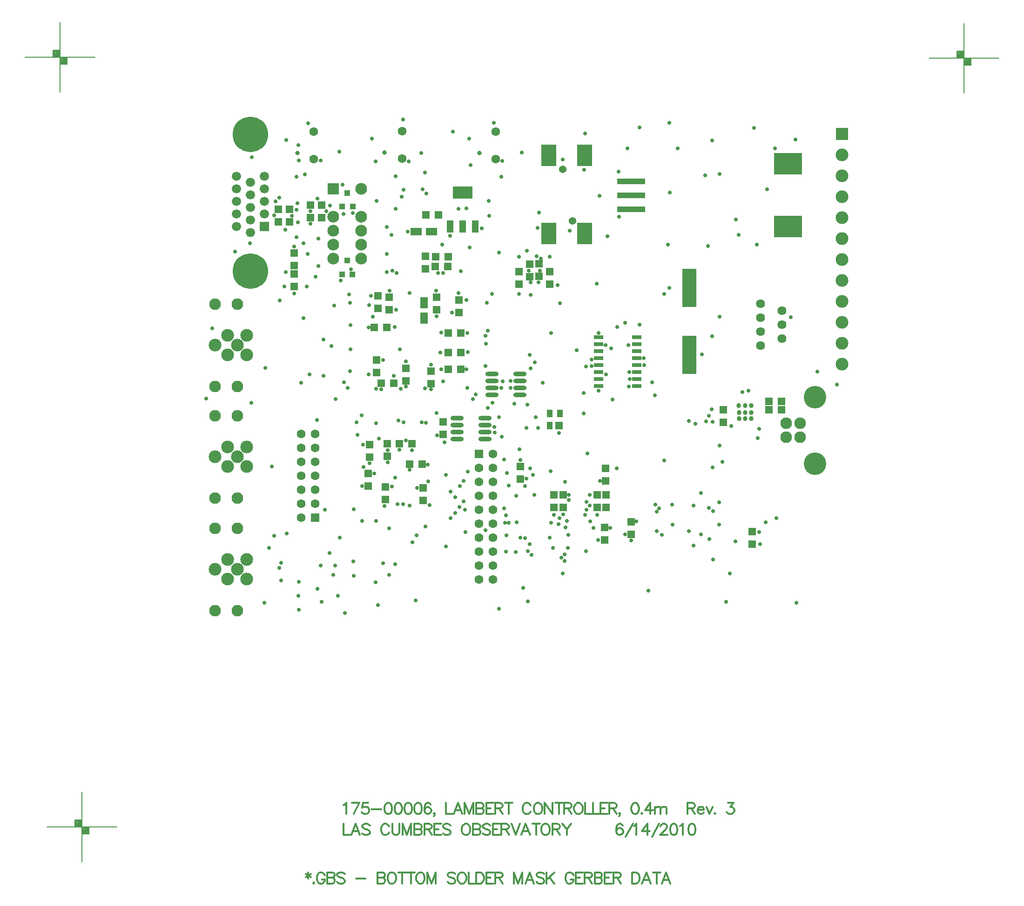
<source format=gbs>
%FSLAX23Y23*%
%MOIN*%
G70*
G01*
G75*
G04 Layer_Color=16711935*
%ADD10R,0.037X0.035*%
%ADD11R,0.037X0.035*%
%ADD12R,0.050X0.050*%
%ADD13R,0.075X0.063*%
%ADD14R,0.070X0.135*%
%ADD15R,0.094X0.130*%
%ADD16O,0.028X0.018*%
%ADD17R,0.067X0.067*%
%ADD18R,0.079X0.209*%
%ADD19R,0.067X0.014*%
%ADD20R,0.050X0.015*%
%ADD21R,0.039X0.059*%
%ADD22R,0.035X0.053*%
%ADD23R,0.053X0.053*%
%ADD24O,0.087X0.024*%
%ADD25R,0.050X0.050*%
%ADD26R,0.135X0.070*%
%ADD27R,0.030X0.125*%
%ADD28R,0.078X0.048*%
%ADD29R,0.067X0.040*%
%ADD30R,0.065X0.012*%
%ADD31R,0.065X0.024*%
%ADD32R,0.063X0.106*%
%ADD33R,0.150X0.110*%
%ADD34R,0.125X0.170*%
%ADD35R,0.110X0.030*%
%ADD36O,0.083X0.012*%
%ADD37O,0.012X0.083*%
%ADD38R,0.138X0.085*%
%ADD39R,0.043X0.085*%
%ADD40R,0.043X0.085*%
%ADD41R,0.047X0.055*%
%ADD42O,0.012X0.071*%
%ADD43O,0.071X0.012*%
%ADD44R,0.075X0.059*%
%ADD45R,0.017X0.017*%
%ADD46R,0.134X0.134*%
%ADD47O,0.010X0.035*%
%ADD48O,0.035X0.010*%
%ADD49C,0.010*%
%ADD50C,0.075*%
%ADD51C,0.020*%
%ADD52C,0.040*%
%ADD53C,0.007*%
%ADD54C,0.005*%
%ADD55C,0.012*%
%ADD56C,0.008*%
%ADD57C,0.012*%
%ADD58C,0.012*%
%ADD59C,0.059*%
%ADD60C,0.080*%
%ADD61R,0.080X0.080*%
%ADD62C,0.060*%
%ADD63C,0.020*%
%ADD64R,0.059X0.059*%
%ADD65C,0.157*%
%ADD66C,0.079*%
%ADD67C,0.087*%
%ADD68R,0.087X0.087*%
%ADD69C,0.250*%
%ADD70R,0.062X0.062*%
%ADD71C,0.062*%
%ADD72C,0.030*%
%ADD73C,0.024*%
%ADD74C,0.028*%
%ADD75C,0.050*%
%ADD76C,0.051*%
G04:AMPARAMS|DCode=77|XSize=100mil|YSize=100mil|CornerRadius=0mil|HoleSize=0mil|Usage=FLASHONLY|Rotation=0.000|XOffset=0mil|YOffset=0mil|HoleType=Round|Shape=Relief|Width=10mil|Gap=10mil|Entries=4|*
%AMTHD77*
7,0,0,0.100,0.080,0.010,45*
%
%ADD77THD77*%
%ADD78C,0.044*%
%ADD79C,0.059*%
%ADD80C,0.030*%
%ADD81C,0.055*%
%ADD82C,0.111*%
%ADD83C,0.056*%
%ADD84C,0.147*%
%ADD85C,0.067*%
%ADD86C,0.140*%
%ADD87C,0.055*%
%ADD88C,0.036*%
%ADD89C,0.071*%
%ADD90C,0.130*%
%ADD91C,0.103*%
%ADD92C,0.033*%
G04:AMPARAMS|DCode=93|XSize=70mil|YSize=70mil|CornerRadius=0mil|HoleSize=0mil|Usage=FLASHONLY|Rotation=0.000|XOffset=0mil|YOffset=0mil|HoleType=Round|Shape=Relief|Width=10mil|Gap=10mil|Entries=4|*
%AMTHD93*
7,0,0,0.070,0.050,0.010,45*
%
%ADD93THD93*%
%ADD94C,0.045*%
G04:AMPARAMS|DCode=95|XSize=90mil|YSize=90mil|CornerRadius=0mil|HoleSize=0mil|Usage=FLASHONLY|Rotation=0.000|XOffset=0mil|YOffset=0mil|HoleType=Round|Shape=Relief|Width=10mil|Gap=10mil|Entries=4|*
%AMTHD95*
7,0,0,0.090,0.070,0.010,45*
%
%ADD95THD95*%
G04:AMPARAMS|DCode=96|XSize=95.433mil|YSize=95.433mil|CornerRadius=0mil|HoleSize=0mil|Usage=FLASHONLY|Rotation=0.000|XOffset=0mil|YOffset=0mil|HoleType=Round|Shape=Relief|Width=10mil|Gap=10mil|Entries=4|*
%AMTHD96*
7,0,0,0.095,0.075,0.010,45*
%
%ADD96THD96*%
G04:AMPARAMS|DCode=97|XSize=150.551mil|YSize=150.551mil|CornerRadius=0mil|HoleSize=0mil|Usage=FLASHONLY|Rotation=0.000|XOffset=0mil|YOffset=0mil|HoleType=Round|Shape=Relief|Width=10mil|Gap=10mil|Entries=4|*
%AMTHD97*
7,0,0,0.151,0.131,0.010,45*
%
%ADD97THD97*%
G04:AMPARAMS|DCode=98|XSize=96.221mil|YSize=96.221mil|CornerRadius=0mil|HoleSize=0mil|Usage=FLASHONLY|Rotation=0.000|XOffset=0mil|YOffset=0mil|HoleType=Round|Shape=Relief|Width=10mil|Gap=10mil|Entries=4|*
%AMTHD98*
7,0,0,0.096,0.076,0.010,45*
%
%ADD98THD98*%
G04:AMPARAMS|DCode=99|XSize=107.244mil|YSize=107.244mil|CornerRadius=0mil|HoleSize=0mil|Usage=FLASHONLY|Rotation=0.000|XOffset=0mil|YOffset=0mil|HoleType=Round|Shape=Relief|Width=10mil|Gap=10mil|Entries=4|*
%AMTHD99*
7,0,0,0.107,0.087,0.010,45*
%
%ADD99THD99*%
G04:AMPARAMS|DCode=100|XSize=180mil|YSize=180mil|CornerRadius=0mil|HoleSize=0mil|Usage=FLASHONLY|Rotation=0.000|XOffset=0mil|YOffset=0mil|HoleType=Round|Shape=Relief|Width=10mil|Gap=10mil|Entries=4|*
%AMTHD100*
7,0,0,0.180,0.160,0.010,45*
%
%ADD100THD100*%
G04:AMPARAMS|DCode=101|XSize=95mil|YSize=95mil|CornerRadius=0mil|HoleSize=0mil|Usage=FLASHONLY|Rotation=0.000|XOffset=0mil|YOffset=0mil|HoleType=Round|Shape=Relief|Width=10mil|Gap=10mil|Entries=4|*
%AMTHD101*
7,0,0,0.095,0.075,0.010,45*
%
%ADD101THD101*%
G04:AMPARAMS|DCode=102|XSize=75.748mil|YSize=75.748mil|CornerRadius=0mil|HoleSize=0mil|Usage=FLASHONLY|Rotation=0.000|XOffset=0mil|YOffset=0mil|HoleType=Round|Shape=Relief|Width=10mil|Gap=10mil|Entries=4|*
%AMTHD102*
7,0,0,0.076,0.056,0.010,45*
%
%ADD102THD102*%
G04:AMPARAMS|DCode=103|XSize=111.181mil|YSize=111.181mil|CornerRadius=0mil|HoleSize=0mil|Usage=FLASHONLY|Rotation=0.000|XOffset=0mil|YOffset=0mil|HoleType=Round|Shape=Relief|Width=10mil|Gap=10mil|Entries=4|*
%AMTHD103*
7,0,0,0.111,0.091,0.010,45*
%
%ADD103THD103*%
G04:AMPARAMS|DCode=104|XSize=73mil|YSize=73mil|CornerRadius=0mil|HoleSize=0mil|Usage=FLASHONLY|Rotation=0.000|XOffset=0mil|YOffset=0mil|HoleType=Round|Shape=Relief|Width=10mil|Gap=10mil|Entries=4|*
%AMTHD104*
7,0,0,0.073,0.053,0.010,45*
%
%ADD104THD104*%
G04:AMPARAMS|DCode=105|XSize=85mil|YSize=85mil|CornerRadius=0mil|HoleSize=0mil|Usage=FLASHONLY|Rotation=0.000|XOffset=0mil|YOffset=0mil|HoleType=Round|Shape=Relief|Width=10mil|Gap=10mil|Entries=4|*
%AMTHD105*
7,0,0,0.085,0.065,0.010,45*
%
%ADD105THD105*%
%ADD106O,0.091X0.028*%
%ADD107R,0.048X0.078*%
%ADD108R,0.200X0.040*%
%ADD109R,0.200X0.150*%
%ADD110R,0.106X0.150*%
%ADD111R,0.098X0.268*%
%ADD112R,0.035X0.037*%
%ADD113R,0.035X0.037*%
%ADD114C,0.010*%
%ADD115C,0.010*%
%ADD116C,0.020*%
%ADD117C,0.008*%
%ADD118C,0.024*%
%ADD119C,0.012*%
%ADD120C,0.012*%
%ADD121C,0.007*%
%ADD122R,0.280X0.130*%
%ADD123R,0.041X0.039*%
%ADD124R,0.041X0.039*%
%ADD125R,0.054X0.054*%
%ADD126R,0.079X0.067*%
%ADD127R,0.074X0.139*%
%ADD128R,0.098X0.134*%
%ADD129O,0.032X0.022*%
%ADD130R,0.071X0.071*%
%ADD131R,0.083X0.213*%
%ADD132R,0.071X0.018*%
%ADD133R,0.054X0.019*%
%ADD134R,0.043X0.063*%
%ADD135R,0.039X0.057*%
%ADD136R,0.057X0.057*%
%ADD137O,0.091X0.028*%
%ADD138R,0.054X0.054*%
%ADD139R,0.139X0.074*%
%ADD140R,0.034X0.129*%
%ADD141R,0.082X0.052*%
%ADD142R,0.071X0.044*%
%ADD143R,0.069X0.016*%
%ADD144R,0.069X0.028*%
%ADD145R,0.067X0.110*%
%ADD146R,0.154X0.114*%
%ADD147R,0.129X0.174*%
%ADD148R,0.114X0.034*%
%ADD149O,0.087X0.016*%
%ADD150O,0.016X0.087*%
%ADD151R,0.142X0.089*%
%ADD152R,0.047X0.089*%
%ADD153R,0.047X0.089*%
%ADD154R,0.051X0.059*%
%ADD155O,0.016X0.075*%
%ADD156O,0.075X0.016*%
%ADD157R,0.079X0.063*%
%ADD158R,0.021X0.021*%
%ADD159R,0.138X0.138*%
%ADD160O,0.014X0.039*%
%ADD161O,0.039X0.014*%
%ADD162C,0.063*%
%ADD163C,0.084*%
%ADD164R,0.084X0.084*%
%ADD165C,0.004*%
%ADD166C,0.064*%
%ADD167R,0.063X0.063*%
%ADD168C,0.161*%
%ADD169C,0.083*%
%ADD170R,0.004X0.004*%
%ADD171C,0.091*%
%ADD172R,0.091X0.091*%
%ADD173C,0.254*%
%ADD174R,0.066X0.066*%
%ADD175C,0.066*%
%ADD176C,0.034*%
%ADD177C,0.032*%
%ADD178C,0.054*%
%ADD179O,0.095X0.032*%
%ADD180R,0.052X0.082*%
%ADD181R,0.204X0.044*%
%ADD182R,0.204X0.154*%
%ADD183R,0.110X0.154*%
%ADD184R,0.102X0.272*%
%ADD185R,0.039X0.041*%
%ADD186R,0.039X0.041*%
D55*
X20279Y9600D02*
Y9555D01*
X20260Y9589D02*
X20298Y9566D01*
Y9589D02*
X20260Y9566D01*
X20318Y9528D02*
X20315Y9524D01*
X20318Y9520D01*
X20322Y9524D01*
X20318Y9528D01*
X20397Y9581D02*
X20393Y9589D01*
X20385Y9597D01*
X20378Y9600D01*
X20363D01*
X20355Y9597D01*
X20347Y9589D01*
X20344Y9581D01*
X20340Y9570D01*
Y9551D01*
X20344Y9540D01*
X20347Y9532D01*
X20355Y9524D01*
X20363Y9520D01*
X20378D01*
X20385Y9524D01*
X20393Y9532D01*
X20397Y9540D01*
Y9551D01*
X20378D02*
X20397D01*
X20415Y9600D02*
Y9520D01*
Y9600D02*
X20449D01*
X20461Y9597D01*
X20465Y9593D01*
X20468Y9585D01*
Y9578D01*
X20465Y9570D01*
X20461Y9566D01*
X20449Y9562D01*
X20415D02*
X20449D01*
X20461Y9559D01*
X20465Y9555D01*
X20468Y9547D01*
Y9536D01*
X20465Y9528D01*
X20461Y9524D01*
X20449Y9520D01*
X20415D01*
X20540Y9589D02*
X20532Y9597D01*
X20521Y9600D01*
X20505D01*
X20494Y9597D01*
X20486Y9589D01*
Y9581D01*
X20490Y9574D01*
X20494Y9570D01*
X20502Y9566D01*
X20524Y9559D01*
X20532Y9555D01*
X20536Y9551D01*
X20540Y9543D01*
Y9532D01*
X20532Y9524D01*
X20521Y9520D01*
X20505D01*
X20494Y9524D01*
X20486Y9532D01*
X20620Y9555D02*
X20689D01*
X20775Y9600D02*
Y9520D01*
Y9600D02*
X20810D01*
X20821Y9597D01*
X20825Y9593D01*
X20829Y9585D01*
Y9578D01*
X20825Y9570D01*
X20821Y9566D01*
X20810Y9562D01*
X20775D02*
X20810D01*
X20821Y9559D01*
X20825Y9555D01*
X20829Y9547D01*
Y9536D01*
X20825Y9528D01*
X20821Y9524D01*
X20810Y9520D01*
X20775D01*
X20869Y9600D02*
X20862Y9597D01*
X20854Y9589D01*
X20850Y9581D01*
X20847Y9570D01*
Y9551D01*
X20850Y9540D01*
X20854Y9532D01*
X20862Y9524D01*
X20869Y9520D01*
X20885D01*
X20892Y9524D01*
X20900Y9532D01*
X20904Y9540D01*
X20908Y9551D01*
Y9570D01*
X20904Y9581D01*
X20900Y9589D01*
X20892Y9597D01*
X20885Y9600D01*
X20869D01*
X20953D02*
Y9520D01*
X20926Y9600D02*
X20980D01*
X21016D02*
Y9520D01*
X20989Y9600D02*
X21042D01*
X21075D02*
X21067Y9597D01*
X21060Y9589D01*
X21056Y9581D01*
X21052Y9570D01*
Y9551D01*
X21056Y9540D01*
X21060Y9532D01*
X21067Y9524D01*
X21075Y9520D01*
X21090D01*
X21098Y9524D01*
X21105Y9532D01*
X21109Y9540D01*
X21113Y9551D01*
Y9570D01*
X21109Y9581D01*
X21105Y9589D01*
X21098Y9597D01*
X21090Y9600D01*
X21075D01*
X21132D02*
Y9520D01*
Y9600D02*
X21162Y9520D01*
X21192Y9600D02*
X21162Y9520D01*
X21192Y9600D02*
Y9520D01*
X21331Y9589D02*
X21324Y9597D01*
X21312Y9600D01*
X21297D01*
X21286Y9597D01*
X21278Y9589D01*
Y9581D01*
X21282Y9574D01*
X21286Y9570D01*
X21293Y9566D01*
X21316Y9559D01*
X21324Y9555D01*
X21328Y9551D01*
X21331Y9543D01*
Y9532D01*
X21324Y9524D01*
X21312Y9520D01*
X21297D01*
X21286Y9524D01*
X21278Y9532D01*
X21372Y9600D02*
X21365Y9597D01*
X21357Y9589D01*
X21353Y9581D01*
X21349Y9570D01*
Y9551D01*
X21353Y9540D01*
X21357Y9532D01*
X21365Y9524D01*
X21372Y9520D01*
X21387D01*
X21395Y9524D01*
X21403Y9532D01*
X21407Y9540D01*
X21410Y9551D01*
Y9570D01*
X21407Y9581D01*
X21403Y9589D01*
X21395Y9597D01*
X21387Y9600D01*
X21372D01*
X21429D02*
Y9520D01*
X21475D01*
X21483Y9600D02*
Y9520D01*
Y9600D02*
X21510D01*
X21522Y9597D01*
X21529Y9589D01*
X21533Y9581D01*
X21537Y9570D01*
Y9551D01*
X21533Y9540D01*
X21529Y9532D01*
X21522Y9524D01*
X21510Y9520D01*
X21483D01*
X21604Y9600D02*
X21555D01*
Y9520D01*
X21604D01*
X21555Y9562D02*
X21585D01*
X21618Y9600D02*
Y9520D01*
Y9600D02*
X21652D01*
X21663Y9597D01*
X21667Y9593D01*
X21671Y9585D01*
Y9578D01*
X21667Y9570D01*
X21663Y9566D01*
X21652Y9562D01*
X21618D01*
X21644D02*
X21671Y9520D01*
X21752Y9600D02*
Y9520D01*
Y9600D02*
X21782Y9520D01*
X21813Y9600D02*
X21782Y9520D01*
X21813Y9600D02*
Y9520D01*
X21896D02*
X21866Y9600D01*
X21835Y9520D01*
X21847Y9547D02*
X21885D01*
X21968Y9589D02*
X21961Y9597D01*
X21949Y9600D01*
X21934D01*
X21923Y9597D01*
X21915Y9589D01*
Y9581D01*
X21919Y9574D01*
X21923Y9570D01*
X21930Y9566D01*
X21953Y9559D01*
X21961Y9555D01*
X21964Y9551D01*
X21968Y9543D01*
Y9532D01*
X21961Y9524D01*
X21949Y9520D01*
X21934D01*
X21923Y9524D01*
X21915Y9532D01*
X21986Y9600D02*
Y9520D01*
X22040Y9600D02*
X21986Y9547D01*
X22005Y9566D02*
X22040Y9520D01*
X22177Y9581D02*
X22174Y9589D01*
X22166Y9597D01*
X22158Y9600D01*
X22143D01*
X22136Y9597D01*
X22128Y9589D01*
X22124Y9581D01*
X22120Y9570D01*
Y9551D01*
X22124Y9540D01*
X22128Y9532D01*
X22136Y9524D01*
X22143Y9520D01*
X22158D01*
X22166Y9524D01*
X22174Y9532D01*
X22177Y9540D01*
Y9551D01*
X22158D02*
X22177D01*
X22245Y9600D02*
X22196D01*
Y9520D01*
X22245D01*
X22196Y9562D02*
X22226D01*
X22259Y9600D02*
Y9520D01*
Y9600D02*
X22293D01*
X22304Y9597D01*
X22308Y9593D01*
X22312Y9585D01*
Y9578D01*
X22308Y9570D01*
X22304Y9566D01*
X22293Y9562D01*
X22259D01*
X22285D02*
X22312Y9520D01*
X22330Y9600D02*
Y9520D01*
Y9600D02*
X22364D01*
X22375Y9597D01*
X22379Y9593D01*
X22383Y9585D01*
Y9578D01*
X22379Y9570D01*
X22375Y9566D01*
X22364Y9562D01*
X22330D02*
X22364D01*
X22375Y9559D01*
X22379Y9555D01*
X22383Y9547D01*
Y9536D01*
X22379Y9528D01*
X22375Y9524D01*
X22364Y9520D01*
X22330D01*
X22450Y9600D02*
X22401D01*
Y9520D01*
X22450D01*
X22401Y9562D02*
X22431D01*
X22464Y9600D02*
Y9520D01*
Y9600D02*
X22498D01*
X22510Y9597D01*
X22513Y9593D01*
X22517Y9585D01*
Y9578D01*
X22513Y9570D01*
X22510Y9566D01*
X22498Y9562D01*
X22464D01*
X22490D02*
X22517Y9520D01*
X22598Y9600D02*
Y9520D01*
Y9600D02*
X22625D01*
X22636Y9597D01*
X22644Y9589D01*
X22647Y9581D01*
X22651Y9570D01*
Y9551D01*
X22647Y9540D01*
X22644Y9532D01*
X22636Y9524D01*
X22625Y9520D01*
X22598D01*
X22730D02*
X22700Y9600D01*
X22669Y9520D01*
X22681Y9547D02*
X22719D01*
X22775Y9600D02*
Y9520D01*
X22749Y9600D02*
X22802D01*
X22872Y9520D02*
X22842Y9600D01*
X22812Y9520D01*
X22823Y9547D02*
X22861D01*
D56*
X24726Y15436D02*
X25226D01*
X24976Y15186D02*
Y15686D01*
X24926Y15486D02*
X24926Y15436D01*
X24926Y15486D02*
X24976Y15486D01*
X25026Y15436D02*
X25026Y15386D01*
X24976Y15386D02*
X25026Y15386D01*
X24981Y15431D02*
X25021D01*
Y15391D02*
Y15431D01*
X24981Y15391D02*
X25021D01*
X24981D02*
Y15431D01*
X24986Y15426D02*
X25016D01*
Y15396D02*
Y15426D01*
X24986Y15396D02*
X25016D01*
X24986D02*
Y15421D01*
X24991D02*
X25011D01*
X25011Y15401D01*
X24991Y15401D02*
X25011Y15401D01*
X24991Y15401D02*
Y15416D01*
X24996Y15416D02*
X25006Y15416D01*
Y15406D02*
Y15416D01*
X24996Y15406D02*
X25006D01*
X24996D02*
X24996Y15416D01*
Y15411D02*
X25006D01*
X24931Y15481D02*
X24971D01*
Y15441D02*
Y15481D01*
X24931Y15441D02*
X24971D01*
X24931D02*
Y15481D01*
X24936Y15476D02*
X24966D01*
Y15446D02*
Y15476D01*
X24936Y15446D02*
X24966D01*
X24936D02*
Y15471D01*
X24941D02*
X24961Y15471D01*
Y15451D02*
Y15471D01*
X24941Y15451D02*
X24961D01*
X24941D02*
Y15466D01*
X24946D02*
X24956D01*
X24956Y15456D02*
X24956Y15466D01*
X24946Y15456D02*
X24956Y15456D01*
X24946Y15456D02*
Y15466D01*
Y15461D02*
X24956D01*
X18250Y15444D02*
X18750D01*
X18500Y15194D02*
Y15694D01*
X18450Y15494D02*
X18450Y15444D01*
X18450Y15494D02*
X18500Y15494D01*
X18550Y15444D02*
X18550Y15394D01*
X18500Y15394D02*
X18550Y15394D01*
X18505Y15439D02*
X18545D01*
Y15399D02*
Y15439D01*
X18505Y15399D02*
X18545D01*
X18505D02*
Y15439D01*
X18510Y15434D02*
X18540D01*
Y15404D02*
Y15434D01*
X18510Y15404D02*
X18540D01*
X18510D02*
Y15429D01*
X18515D02*
X18535D01*
X18535Y15409D01*
X18515Y15409D02*
X18535Y15409D01*
X18515Y15409D02*
Y15424D01*
X18520Y15424D02*
X18530Y15424D01*
Y15414D02*
Y15424D01*
X18520Y15414D02*
X18530D01*
X18520D02*
X18520Y15424D01*
Y15419D02*
X18530D01*
X18455Y15489D02*
X18495D01*
Y15449D02*
Y15489D01*
X18455Y15449D02*
X18495D01*
X18455D02*
Y15489D01*
X18460Y15484D02*
X18490D01*
Y15454D02*
Y15484D01*
X18460Y15454D02*
X18490D01*
X18460D02*
Y15479D01*
X18465D02*
X18485Y15479D01*
Y15459D02*
Y15479D01*
X18465Y15459D02*
X18485D01*
X18465D02*
Y15474D01*
X18470D02*
X18480D01*
X18480Y15464D02*
X18480Y15474D01*
X18470Y15464D02*
X18480Y15464D01*
X18470Y15464D02*
Y15474D01*
Y15469D02*
X18480D01*
X18407Y9927D02*
X18907D01*
X18657Y9677D02*
Y10177D01*
X18607Y9977D02*
X18607Y9927D01*
X18607Y9977D02*
X18657Y9977D01*
X18707Y9927D02*
X18707Y9877D01*
X18657Y9877D02*
X18707Y9877D01*
X18662Y9922D02*
X18702D01*
Y9882D02*
Y9922D01*
X18662Y9882D02*
X18702D01*
X18662D02*
Y9922D01*
X18667Y9917D02*
X18697D01*
Y9887D02*
Y9917D01*
X18667Y9887D02*
X18697D01*
X18667D02*
Y9912D01*
X18672D02*
X18692D01*
X18692Y9892D01*
X18672Y9892D02*
X18692Y9892D01*
X18672Y9892D02*
Y9907D01*
X18677Y9907D02*
X18687Y9907D01*
Y9897D02*
Y9907D01*
X18677Y9897D02*
X18687D01*
X18677D02*
X18677Y9907D01*
Y9902D02*
X18687D01*
X18612Y9972D02*
X18652D01*
Y9932D02*
Y9972D01*
X18612Y9932D02*
X18652D01*
X18612D02*
Y9972D01*
X18617Y9967D02*
X18647D01*
Y9937D02*
Y9967D01*
X18617Y9937D02*
X18647D01*
X18617D02*
Y9962D01*
X18622D02*
X18642Y9962D01*
Y9942D02*
Y9962D01*
X18622Y9942D02*
X18642D01*
X18622D02*
Y9957D01*
X18627D02*
X18637D01*
X18637Y9947D02*
X18637Y9957D01*
X18627Y9947D02*
X18637Y9947D01*
X18627Y9947D02*
Y9957D01*
Y9952D02*
X18637D01*
D57*
X20532Y9948D02*
Y9868D01*
X20578D01*
X20648D02*
X20617Y9948D01*
X20587Y9868D01*
X20598Y9895D02*
X20636D01*
X20720Y9937D02*
X20712Y9944D01*
X20700Y9948D01*
X20685D01*
X20674Y9944D01*
X20666Y9937D01*
Y9929D01*
X20670Y9921D01*
X20674Y9918D01*
X20681Y9914D01*
X20704Y9906D01*
X20712Y9902D01*
X20716Y9899D01*
X20720Y9891D01*
Y9879D01*
X20712Y9872D01*
X20700Y9868D01*
X20685D01*
X20674Y9872D01*
X20666Y9879D01*
X20857Y9929D02*
X20854Y9937D01*
X20846Y9944D01*
X20838Y9948D01*
X20823D01*
X20816Y9944D01*
X20808Y9937D01*
X20804Y9929D01*
X20800Y9918D01*
Y9899D01*
X20804Y9887D01*
X20808Y9879D01*
X20816Y9872D01*
X20823Y9868D01*
X20838D01*
X20846Y9872D01*
X20854Y9879D01*
X20857Y9887D01*
X20880Y9948D02*
Y9891D01*
X20884Y9879D01*
X20891Y9872D01*
X20903Y9868D01*
X20910D01*
X20922Y9872D01*
X20929Y9879D01*
X20933Y9891D01*
Y9948D01*
X20955D02*
Y9868D01*
Y9948D02*
X20986Y9868D01*
X21016Y9948D02*
X20986Y9868D01*
X21016Y9948D02*
Y9868D01*
X21039Y9948D02*
Y9868D01*
Y9948D02*
X21073D01*
X21085Y9944D01*
X21089Y9940D01*
X21092Y9933D01*
Y9925D01*
X21089Y9918D01*
X21085Y9914D01*
X21073Y9910D01*
X21039D02*
X21073D01*
X21085Y9906D01*
X21089Y9902D01*
X21092Y9895D01*
Y9883D01*
X21089Y9876D01*
X21085Y9872D01*
X21073Y9868D01*
X21039D01*
X21110Y9948D02*
Y9868D01*
Y9948D02*
X21145D01*
X21156Y9944D01*
X21160Y9940D01*
X21164Y9933D01*
Y9925D01*
X21160Y9918D01*
X21156Y9914D01*
X21145Y9910D01*
X21110D01*
X21137D02*
X21164Y9868D01*
X21231Y9948D02*
X21182D01*
Y9868D01*
X21231D01*
X21182Y9910D02*
X21212D01*
X21298Y9937D02*
X21290Y9944D01*
X21279Y9948D01*
X21263D01*
X21252Y9944D01*
X21244Y9937D01*
Y9929D01*
X21248Y9921D01*
X21252Y9918D01*
X21260Y9914D01*
X21282Y9906D01*
X21290Y9902D01*
X21294Y9899D01*
X21298Y9891D01*
Y9879D01*
X21290Y9872D01*
X21279Y9868D01*
X21263D01*
X21252Y9872D01*
X21244Y9879D01*
X21401Y9948D02*
X21394Y9944D01*
X21386Y9937D01*
X21382Y9929D01*
X21378Y9918D01*
Y9899D01*
X21382Y9887D01*
X21386Y9879D01*
X21394Y9872D01*
X21401Y9868D01*
X21417D01*
X21424Y9872D01*
X21432Y9879D01*
X21436Y9887D01*
X21439Y9899D01*
Y9918D01*
X21436Y9929D01*
X21432Y9937D01*
X21424Y9944D01*
X21417Y9948D01*
X21401D01*
X21458D02*
Y9868D01*
Y9948D02*
X21492D01*
X21504Y9944D01*
X21508Y9940D01*
X21511Y9933D01*
Y9925D01*
X21508Y9918D01*
X21504Y9914D01*
X21492Y9910D01*
X21458D02*
X21492D01*
X21504Y9906D01*
X21508Y9902D01*
X21511Y9895D01*
Y9883D01*
X21508Y9876D01*
X21504Y9872D01*
X21492Y9868D01*
X21458D01*
X21583Y9937D02*
X21575Y9944D01*
X21564Y9948D01*
X21548D01*
X21537Y9944D01*
X21529Y9937D01*
Y9929D01*
X21533Y9921D01*
X21537Y9918D01*
X21544Y9914D01*
X21567Y9906D01*
X21575Y9902D01*
X21579Y9899D01*
X21583Y9891D01*
Y9879D01*
X21575Y9872D01*
X21564Y9868D01*
X21548D01*
X21537Y9872D01*
X21529Y9879D01*
X21650Y9948D02*
X21600D01*
Y9868D01*
X21650D01*
X21600Y9910D02*
X21631D01*
X21663Y9948D02*
Y9868D01*
Y9948D02*
X21698D01*
X21709Y9944D01*
X21713Y9940D01*
X21717Y9933D01*
Y9925D01*
X21713Y9918D01*
X21709Y9914D01*
X21698Y9910D01*
X21663D01*
X21690D02*
X21717Y9868D01*
X21735Y9948D02*
X21765Y9868D01*
X21795Y9948D02*
X21765Y9868D01*
X21867D02*
X21836Y9948D01*
X21806Y9868D01*
X21817Y9895D02*
X21855D01*
X21912Y9948D02*
Y9868D01*
X21885Y9948D02*
X21939D01*
X21971D02*
X21963Y9944D01*
X21956Y9937D01*
X21952Y9929D01*
X21948Y9918D01*
Y9899D01*
X21952Y9887D01*
X21956Y9879D01*
X21963Y9872D01*
X21971Y9868D01*
X21986D01*
X21994Y9872D01*
X22002Y9879D01*
X22005Y9887D01*
X22009Y9899D01*
Y9918D01*
X22005Y9929D01*
X22002Y9937D01*
X21994Y9944D01*
X21986Y9948D01*
X21971D01*
X22028D02*
Y9868D01*
Y9948D02*
X22062D01*
X22074Y9944D01*
X22077Y9940D01*
X22081Y9933D01*
Y9925D01*
X22077Y9918D01*
X22074Y9914D01*
X22062Y9910D01*
X22028D01*
X22054D02*
X22081Y9868D01*
X22099Y9948D02*
X22130Y9910D01*
Y9868D01*
X22160Y9948D02*
X22130Y9910D01*
X22530Y9937D02*
X22526Y9944D01*
X22515Y9948D01*
X22507D01*
X22496Y9944D01*
X22488Y9933D01*
X22484Y9914D01*
Y9895D01*
X22488Y9879D01*
X22496Y9872D01*
X22507Y9868D01*
X22511D01*
X22523Y9872D01*
X22530Y9879D01*
X22534Y9891D01*
Y9895D01*
X22530Y9906D01*
X22523Y9914D01*
X22511Y9918D01*
X22507D01*
X22496Y9914D01*
X22488Y9906D01*
X22484Y9895D01*
X22552Y9857D02*
X22605Y9948D01*
X22610Y9933D02*
X22618Y9937D01*
X22629Y9948D01*
Y9868D01*
X22707Y9948D02*
X22669Y9895D01*
X22726D01*
X22707Y9948D02*
Y9868D01*
X22740Y9857D02*
X22793Y9948D01*
X22803Y9929D02*
Y9933D01*
X22806Y9940D01*
X22810Y9944D01*
X22818Y9948D01*
X22833D01*
X22841Y9944D01*
X22844Y9940D01*
X22848Y9933D01*
Y9925D01*
X22844Y9918D01*
X22837Y9906D01*
X22799Y9868D01*
X22852D01*
X22893Y9948D02*
X22881Y9944D01*
X22874Y9933D01*
X22870Y9914D01*
Y9902D01*
X22874Y9883D01*
X22881Y9872D01*
X22893Y9868D01*
X22900D01*
X22912Y9872D01*
X22919Y9883D01*
X22923Y9902D01*
Y9914D01*
X22919Y9933D01*
X22912Y9944D01*
X22900Y9948D01*
X22893D01*
X22941Y9933D02*
X22949Y9937D01*
X22960Y9948D01*
Y9868D01*
X23023Y9948D02*
X23011Y9944D01*
X23004Y9933D01*
X23000Y9914D01*
Y9902D01*
X23004Y9883D01*
X23011Y9872D01*
X23023Y9868D01*
X23030D01*
X23042Y9872D01*
X23049Y9883D01*
X23053Y9902D01*
Y9914D01*
X23049Y9933D01*
X23042Y9944D01*
X23030Y9948D01*
X23023D01*
D58*
X20532Y10083D02*
X20540Y10087D01*
X20551Y10098D01*
Y10018D01*
X20644Y10098D02*
X20606Y10018D01*
X20591Y10098D02*
X20644D01*
X20708D02*
X20670D01*
X20666Y10064D01*
X20670Y10068D01*
X20681Y10071D01*
X20692D01*
X20704Y10068D01*
X20712Y10060D01*
X20715Y10049D01*
Y10041D01*
X20712Y10029D01*
X20704Y10022D01*
X20692Y10018D01*
X20681D01*
X20670Y10022D01*
X20666Y10026D01*
X20662Y10033D01*
X20733Y10052D02*
X20802D01*
X20848Y10098D02*
X20837Y10094D01*
X20829Y10083D01*
X20825Y10064D01*
Y10052D01*
X20829Y10033D01*
X20837Y10022D01*
X20848Y10018D01*
X20856D01*
X20867Y10022D01*
X20875Y10033D01*
X20879Y10052D01*
Y10064D01*
X20875Y10083D01*
X20867Y10094D01*
X20856Y10098D01*
X20848D01*
X20919D02*
X20908Y10094D01*
X20900Y10083D01*
X20897Y10064D01*
Y10052D01*
X20900Y10033D01*
X20908Y10022D01*
X20919Y10018D01*
X20927D01*
X20939Y10022D01*
X20946Y10033D01*
X20950Y10052D01*
Y10064D01*
X20946Y10083D01*
X20939Y10094D01*
X20927Y10098D01*
X20919D01*
X20991D02*
X20979Y10094D01*
X20972Y10083D01*
X20968Y10064D01*
Y10052D01*
X20972Y10033D01*
X20979Y10022D01*
X20991Y10018D01*
X20998D01*
X21010Y10022D01*
X21017Y10033D01*
X21021Y10052D01*
Y10064D01*
X21017Y10083D01*
X21010Y10094D01*
X20998Y10098D01*
X20991D01*
X21062D02*
X21050Y10094D01*
X21043Y10083D01*
X21039Y10064D01*
Y10052D01*
X21043Y10033D01*
X21050Y10022D01*
X21062Y10018D01*
X21070D01*
X21081Y10022D01*
X21089Y10033D01*
X21092Y10052D01*
Y10064D01*
X21089Y10083D01*
X21081Y10094D01*
X21070Y10098D01*
X21062D01*
X21156Y10087D02*
X21152Y10094D01*
X21141Y10098D01*
X21133D01*
X21122Y10094D01*
X21114Y10083D01*
X21110Y10064D01*
Y10045D01*
X21114Y10029D01*
X21122Y10022D01*
X21133Y10018D01*
X21137D01*
X21148Y10022D01*
X21156Y10029D01*
X21160Y10041D01*
Y10045D01*
X21156Y10056D01*
X21148Y10064D01*
X21137Y10068D01*
X21133D01*
X21122Y10064D01*
X21114Y10056D01*
X21110Y10045D01*
X21185Y10022D02*
X21181Y10018D01*
X21177Y10022D01*
X21181Y10026D01*
X21185Y10022D01*
Y10014D01*
X21181Y10007D01*
X21177Y10003D01*
X21265Y10098D02*
Y10018D01*
X21311D01*
X21381D02*
X21350Y10098D01*
X21320Y10018D01*
X21331Y10045D02*
X21369D01*
X21399Y10098D02*
Y10018D01*
Y10098D02*
X21430Y10018D01*
X21460Y10098D02*
X21430Y10018D01*
X21460Y10098D02*
Y10018D01*
X21483Y10098D02*
Y10018D01*
Y10098D02*
X21517D01*
X21529Y10094D01*
X21533Y10090D01*
X21536Y10083D01*
Y10075D01*
X21533Y10068D01*
X21529Y10064D01*
X21517Y10060D01*
X21483D02*
X21517D01*
X21529Y10056D01*
X21533Y10052D01*
X21536Y10045D01*
Y10033D01*
X21533Y10026D01*
X21529Y10022D01*
X21517Y10018D01*
X21483D01*
X21604Y10098D02*
X21554D01*
Y10018D01*
X21604D01*
X21554Y10060D02*
X21585D01*
X21617Y10098D02*
Y10018D01*
Y10098D02*
X21652D01*
X21663Y10094D01*
X21667Y10090D01*
X21671Y10083D01*
Y10075D01*
X21667Y10068D01*
X21663Y10064D01*
X21652Y10060D01*
X21617D01*
X21644D02*
X21671Y10018D01*
X21715Y10098D02*
Y10018D01*
X21688Y10098D02*
X21742D01*
X21871Y10079D02*
X21867Y10087D01*
X21860Y10094D01*
X21852Y10098D01*
X21837D01*
X21829Y10094D01*
X21822Y10087D01*
X21818Y10079D01*
X21814Y10068D01*
Y10049D01*
X21818Y10037D01*
X21822Y10029D01*
X21829Y10022D01*
X21837Y10018D01*
X21852D01*
X21860Y10022D01*
X21867Y10029D01*
X21871Y10037D01*
X21917Y10098D02*
X21909Y10094D01*
X21901Y10087D01*
X21898Y10079D01*
X21894Y10068D01*
Y10049D01*
X21898Y10037D01*
X21901Y10029D01*
X21909Y10022D01*
X21917Y10018D01*
X21932D01*
X21939Y10022D01*
X21947Y10029D01*
X21951Y10037D01*
X21955Y10049D01*
Y10068D01*
X21951Y10079D01*
X21947Y10087D01*
X21939Y10094D01*
X21932Y10098D01*
X21917D01*
X21973D02*
Y10018D01*
Y10098D02*
X22027Y10018D01*
Y10098D02*
Y10018D01*
X22075Y10098D02*
Y10018D01*
X22049Y10098D02*
X22102D01*
X22112D02*
Y10018D01*
Y10098D02*
X22146D01*
X22157Y10094D01*
X22161Y10090D01*
X22165Y10083D01*
Y10075D01*
X22161Y10068D01*
X22157Y10064D01*
X22146Y10060D01*
X22112D01*
X22138D02*
X22165Y10018D01*
X22206Y10098D02*
X22198Y10094D01*
X22190Y10087D01*
X22187Y10079D01*
X22183Y10068D01*
Y10049D01*
X22187Y10037D01*
X22190Y10029D01*
X22198Y10022D01*
X22206Y10018D01*
X22221D01*
X22229Y10022D01*
X22236Y10029D01*
X22240Y10037D01*
X22244Y10049D01*
Y10068D01*
X22240Y10079D01*
X22236Y10087D01*
X22229Y10094D01*
X22221Y10098D01*
X22206D01*
X22262D02*
Y10018D01*
X22308D01*
X22317Y10098D02*
Y10018D01*
X22363D01*
X22421Y10098D02*
X22371D01*
Y10018D01*
X22421D01*
X22371Y10060D02*
X22402D01*
X22434Y10098D02*
Y10018D01*
Y10098D02*
X22468D01*
X22480Y10094D01*
X22484Y10090D01*
X22488Y10083D01*
Y10075D01*
X22484Y10068D01*
X22480Y10064D01*
X22468Y10060D01*
X22434D01*
X22461D02*
X22488Y10018D01*
X22513Y10022D02*
X22509Y10018D01*
X22505Y10022D01*
X22509Y10026D01*
X22513Y10022D01*
Y10014D01*
X22509Y10007D01*
X22505Y10003D01*
X22616Y10098D02*
X22605Y10094D01*
X22597Y10083D01*
X22593Y10064D01*
Y10052D01*
X22597Y10033D01*
X22605Y10022D01*
X22616Y10018D01*
X22624D01*
X22635Y10022D01*
X22643Y10033D01*
X22647Y10052D01*
Y10064D01*
X22643Y10083D01*
X22635Y10094D01*
X22624Y10098D01*
X22616D01*
X22668Y10026D02*
X22665Y10022D01*
X22668Y10018D01*
X22672Y10022D01*
X22668Y10026D01*
X22728Y10098D02*
X22690Y10045D01*
X22747D01*
X22728Y10098D02*
Y10018D01*
X22761Y10071D02*
Y10018D01*
Y10056D02*
X22772Y10068D01*
X22780Y10071D01*
X22791D01*
X22799Y10068D01*
X22803Y10056D01*
Y10018D01*
Y10056D02*
X22814Y10068D01*
X22822Y10071D01*
X22833D01*
X22841Y10068D01*
X22845Y10056D01*
Y10018D01*
X22996Y10098D02*
Y10018D01*
Y10098D02*
X23030D01*
X23041Y10094D01*
X23045Y10090D01*
X23049Y10083D01*
Y10075D01*
X23045Y10068D01*
X23041Y10064D01*
X23030Y10060D01*
X22996D01*
X23022D02*
X23049Y10018D01*
X23067Y10049D02*
X23113D01*
Y10056D01*
X23109Y10064D01*
X23105Y10068D01*
X23097Y10071D01*
X23086D01*
X23078Y10068D01*
X23071Y10060D01*
X23067Y10049D01*
Y10041D01*
X23071Y10029D01*
X23078Y10022D01*
X23086Y10018D01*
X23097D01*
X23105Y10022D01*
X23113Y10029D01*
X23130Y10071D02*
X23153Y10018D01*
X23175Y10071D02*
X23153Y10018D01*
X23192Y10026D02*
X23188Y10022D01*
X23192Y10018D01*
X23196Y10022D01*
X23192Y10026D01*
X23284Y10098D02*
X23326D01*
X23303Y10068D01*
X23314D01*
X23322Y10064D01*
X23326Y10060D01*
X23330Y10049D01*
Y10041D01*
X23326Y10029D01*
X23318Y10022D01*
X23307Y10018D01*
X23295D01*
X23284Y10022D01*
X23280Y10026D01*
X23276Y10033D01*
D73*
X21425Y14490D02*
D03*
X21386D02*
D03*
X21346D02*
D03*
Y14451D02*
D03*
X21386D02*
D03*
X21425D02*
D03*
D74*
X20195Y14586D02*
D03*
X20963Y14493D02*
D03*
X21115Y14617D02*
D03*
X21314Y14910D02*
D03*
X21663Y14585D02*
D03*
X21668Y14701D02*
D03*
X21432Y14861D02*
D03*
X21609Y14973D02*
D03*
X21807Y14758D02*
D03*
X21097Y14496D02*
D03*
X21443Y14669D02*
D03*
X20959Y14996D02*
D03*
X20997Y14696D02*
D03*
X21088Y14757D02*
D03*
X20763Y14695D02*
D03*
X20876Y14168D02*
D03*
X20906Y14591D02*
D03*
X20734Y14860D02*
D03*
X20368Y14702D02*
D03*
X20502Y14765D02*
D03*
X20254Y14603D02*
D03*
X20211Y14702D02*
D03*
X20207Y14812D02*
D03*
X20278Y14969D02*
D03*
X20120Y14851D02*
D03*
X19876Y14725D02*
D03*
X22761Y13021D02*
D03*
X23514Y11953D02*
D03*
X23554Y12109D02*
D03*
X20044Y14411D02*
D03*
X20912Y13897D02*
D03*
X22577Y13186D02*
D03*
X20526Y14528D02*
D03*
X20841Y14034D02*
D03*
X20840Y13902D02*
D03*
X20597Y14326D02*
D03*
X20162Y14306D02*
D03*
X20586Y13923D02*
D03*
X20332Y13870D02*
D03*
X20295Y14339D02*
D03*
X20351Y14143D02*
D03*
X20196Y14152D02*
D03*
X20202Y14397D02*
D03*
X20351Y13947D02*
D03*
X20531Y14321D02*
D03*
X20513Y13844D02*
D03*
X20114Y14206D02*
D03*
X20073Y14437D02*
D03*
X20344Y14430D02*
D03*
X20294Y14248D02*
D03*
X20194Y14348D02*
D03*
X20034Y14308D02*
D03*
X20204Y14258D02*
D03*
X20407Y14338D02*
D03*
X20434Y14378D02*
D03*
X20275Y14034D02*
D03*
X21958Y13111D02*
D03*
X20229D02*
D03*
X22032Y11925D02*
D03*
X21765Y11896D02*
D03*
X21847Y12954D02*
D03*
X21925Y12785D02*
D03*
X21755Y12958D02*
D03*
X21790Y12632D02*
D03*
X21665Y12723D02*
D03*
X21566Y13484D02*
D03*
X21614Y12753D02*
D03*
X21611Y12793D02*
D03*
X21728Y13073D02*
D03*
X21727Y13123D02*
D03*
X21670Y13120D02*
D03*
X21244D02*
D03*
X21663Y13073D02*
D03*
X21418D02*
D03*
X20535Y13112D02*
D03*
X21457Y12994D02*
D03*
X20563Y13073D02*
D03*
X21478Y13025D02*
D03*
X21868Y12497D02*
D03*
X21889Y12448D02*
D03*
X21841Y12785D02*
D03*
X21908Y12863D02*
D03*
X21645D02*
D03*
X21872Y13828D02*
D03*
X21208Y13897D02*
D03*
X21245Y13895D02*
D03*
X20458Y11733D02*
D03*
X20431Y11888D02*
D03*
X20086Y11693D02*
D03*
X20472Y11800D02*
D03*
X20369D02*
D03*
X20346Y11633D02*
D03*
X20287Y13168D02*
D03*
X20209Y11582D02*
D03*
X19964Y11533D02*
D03*
X20491Y11583D02*
D03*
X20542Y11458D02*
D03*
X20210Y11483D02*
D03*
X22685Y13236D02*
D03*
X19593Y13498D02*
D03*
X20084Y11819D02*
D03*
X22115Y11833D02*
D03*
X19997Y11926D02*
D03*
X22092Y11855D02*
D03*
X21266Y12449D02*
D03*
Y11936D02*
D03*
X20126Y12030D02*
D03*
X21879Y11877D02*
D03*
X22114Y11879D02*
D03*
X22268Y11904D02*
D03*
X22103Y11743D02*
D03*
X22139Y11925D02*
D03*
X23389Y13042D02*
D03*
X23338Y11973D02*
D03*
X20506Y12000D02*
D03*
X21696Y11899D02*
D03*
X21697Y12016D02*
D03*
X22143Y12021D02*
D03*
X22410Y13169D02*
D03*
X22320Y12069D02*
D03*
X21054Y12017D02*
D03*
X22121Y12074D02*
D03*
X22297Y12115D02*
D03*
X23633Y12139D02*
D03*
X22073Y12097D02*
D03*
X21404Y12040D02*
D03*
X21403Y12199D02*
D03*
X21548Y12052D02*
D03*
X22133Y12121D02*
D03*
X21715Y12374D02*
D03*
Y12107D02*
D03*
X22263Y12164D02*
D03*
X21681Y12558D02*
D03*
X21682Y12209D02*
D03*
X21119Y12080D02*
D03*
X22078Y12140D02*
D03*
X21331Y12289D02*
D03*
X21330Y12175D02*
D03*
X21364Y12369D02*
D03*
X21363Y12219D02*
D03*
X22273Y12257D02*
D03*
X21392Y12407D02*
D03*
Y12259D02*
D03*
X22146Y12270D02*
D03*
X22082Y13680D02*
D03*
X22117Y12399D02*
D03*
X23039Y11943D02*
D03*
Y12229D02*
D03*
X23220Y12092D02*
D03*
Y12254D02*
D03*
X22764Y12235D02*
D03*
X23150Y11991D02*
D03*
X23148Y12212D02*
D03*
X22793Y12211D02*
D03*
X23006Y12047D02*
D03*
X22775Y12185D02*
D03*
X22547Y13540D02*
D03*
Y12022D02*
D03*
X23178Y11844D02*
D03*
X23179Y12188D02*
D03*
X22884Y12235D02*
D03*
X22888Y12093D02*
D03*
X23093Y12319D02*
D03*
Y12022D02*
D03*
X21841Y12422D02*
D03*
X20977Y12696D02*
D03*
X20930Y12628D02*
D03*
X20672Y12665D02*
D03*
X20848Y12538D02*
D03*
X20719Y12533D02*
D03*
X20675Y12506D02*
D03*
X20751Y12460D02*
D03*
X20665Y12370D02*
D03*
X20879Y12365D02*
D03*
X20825Y12226D02*
D03*
X21058Y12355D02*
D03*
X21149Y12232D02*
D03*
X21004Y12485D02*
D03*
X21136Y12524D02*
D03*
X20924Y12839D02*
D03*
X20936Y13349D02*
D03*
X21872Y13212D02*
D03*
X21864Y13311D02*
D03*
X22627Y12116D02*
D03*
X22592Y11979D02*
D03*
X22442Y12071D02*
D03*
X22356Y11984D02*
D03*
X22369Y12405D02*
D03*
X22348Y12164D02*
D03*
X22296Y12305D02*
D03*
X22039Y12164D02*
D03*
X22106Y12165D02*
D03*
X22145Y12305D02*
D03*
X21237Y14099D02*
D03*
X22448Y13357D02*
D03*
X22309Y13275D02*
D03*
X22580Y13135D02*
D03*
X22268Y13227D02*
D03*
X22359Y13053D02*
D03*
X22457Y12989D02*
D03*
X20578Y13193D02*
D03*
X20581Y13348D02*
D03*
X20583Y13524D02*
D03*
X20578Y13683D02*
D03*
X20880Y13913D02*
D03*
X21372Y13908D02*
D03*
X21558Y13683D02*
D03*
X21547Y13445D02*
D03*
X21551Y13388D02*
D03*
X21549Y13230D02*
D03*
X21565Y12928D02*
D03*
X21114Y13070D02*
D03*
X20940Y13066D02*
D03*
X20764D02*
D03*
X20898Y13508D02*
D03*
X20909Y13633D02*
D03*
X20727Y13732D02*
D03*
X21199Y13586D02*
D03*
X21307Y13613D02*
D03*
X21231Y13469D02*
D03*
X21226Y13326D02*
D03*
X21232Y13207D02*
D03*
X21157Y13240D02*
D03*
X20978Y13263D02*
D03*
X20891Y13160D02*
D03*
X20814Y13272D02*
D03*
X20803Y13063D02*
D03*
X20710Y13171D02*
D03*
X20713Y13507D02*
D03*
X20714Y13666D02*
D03*
X20860Y13771D02*
D03*
X21194Y13769D02*
D03*
X21354Y13754D02*
D03*
X21411Y13702D02*
D03*
X21419Y13467D02*
D03*
X21422Y13329D02*
D03*
X21413Y13207D02*
D03*
X21158Y13062D02*
D03*
X20978Y13082D02*
D03*
X21296Y14162D02*
D03*
X20991Y14192D02*
D03*
X21571Y14412D02*
D03*
X21521Y14217D02*
D03*
X21356Y14357D02*
D03*
X20841Y14227D02*
D03*
X23470Y14936D02*
D03*
X23620Y14791D02*
D03*
X23565Y14496D02*
D03*
X23490Y14101D02*
D03*
X23360Y14171D02*
D03*
X23340Y14281D02*
D03*
X23120Y14596D02*
D03*
X22505Y14301D02*
D03*
X23170Y14846D02*
D03*
X23225Y14606D02*
D03*
X23140Y14091D02*
D03*
X22855Y14101D02*
D03*
X22925Y14791D02*
D03*
X22565D02*
D03*
X22256Y14636D02*
D03*
X22420Y14159D02*
D03*
X22365Y14450D02*
D03*
X22502Y14624D02*
D03*
X22260Y14895D02*
D03*
X22150Y14201D02*
D03*
X21930Y14331D02*
D03*
X21920Y14221D02*
D03*
X22100Y14711D02*
D03*
X20600Y11831D02*
D03*
X20213Y11682D02*
D03*
X20777Y11515D02*
D03*
X20763Y11681D02*
D03*
X23734Y13578D02*
D03*
X21696Y12160D02*
D03*
X21702Y12464D02*
D03*
X21298Y12139D02*
D03*
Y12331D02*
D03*
X21770Y12108D02*
D03*
X21769Y12301D02*
D03*
X21687Y12107D02*
D03*
X21798Y11998D02*
D03*
X21026Y11967D02*
D03*
X22017Y12107D02*
D03*
X22016Y12476D02*
D03*
X21420Y12472D02*
D03*
X21833Y11996D02*
D03*
X21832Y12369D02*
D03*
X22009Y11998D02*
D03*
X23430Y13054D02*
D03*
X21865Y11952D02*
D03*
X21819Y11640D02*
D03*
X21852Y11903D02*
D03*
Y11542D02*
D03*
X20900Y11810D02*
D03*
X20902Y12429D02*
D03*
X20859Y11734D02*
D03*
Y12065D02*
D03*
X21897Y12305D02*
D03*
X21844Y14057D02*
D03*
X22017Y13466D02*
D03*
X22359D02*
D03*
X22278Y12603D02*
D03*
X23774Y11533D02*
D03*
X23270Y11540D02*
D03*
X23509Y12038D02*
D03*
X23299Y11743D02*
D03*
X23169Y12918D02*
D03*
X23499Y12713D02*
D03*
X23507Y12781D02*
D03*
X23309Y12798D02*
D03*
X23174Y12828D02*
D03*
X23149Y12873D02*
D03*
X23244Y12543D02*
D03*
X23129Y12833D02*
D03*
X23224Y12658D02*
D03*
X21644Y11488D02*
D03*
X20374Y11538D02*
D03*
X22714Y11618D02*
D03*
X20019Y12508D02*
D03*
X20034Y12013D02*
D03*
X20399Y12198D02*
D03*
X20389Y13158D02*
D03*
X20474Y12993D02*
D03*
X20444Y13373D02*
D03*
X20389Y13418D02*
D03*
X20464Y13663D02*
D03*
X20074Y13698D02*
D03*
X20109Y13798D02*
D03*
X20179Y13748D02*
D03*
X20119Y13903D02*
D03*
X19754Y14048D02*
D03*
X20269Y13798D02*
D03*
X21004Y13753D02*
D03*
X20949Y14443D02*
D03*
X21644Y14043D02*
D03*
X23174Y12503D02*
D03*
X21254Y12683D02*
D03*
X20764Y12818D02*
D03*
X21139Y12403D02*
D03*
X21004Y12228D02*
D03*
X20919Y12238D02*
D03*
X20664Y12118D02*
D03*
X23099Y13313D02*
D03*
X22682Y13286D02*
D03*
X22574Y13083D02*
D03*
X22409Y13378D02*
D03*
X22074Y12749D02*
D03*
X22344Y13818D02*
D03*
X21929Y13828D02*
D03*
X21939Y13913D02*
D03*
X21859Y13913D02*
D03*
X21789Y14013D02*
D03*
X23769Y14853D02*
D03*
X21200Y12733D02*
D03*
X21199Y12893D02*
D03*
X23005Y12835D02*
D03*
X23170Y13444D02*
D03*
X21120Y12824D02*
D03*
X23051Y12815D02*
D03*
X23226Y13583D02*
D03*
X20958Y12241D02*
D03*
X21090Y12826D02*
D03*
X20963D02*
D03*
X20663Y12877D02*
D03*
X20785Y12711D02*
D03*
X20632Y12737D02*
D03*
X20767Y14413D02*
D03*
X20625Y12825D02*
D03*
X20572Y13742D02*
D03*
X22252Y12890D02*
D03*
Y13036D02*
D03*
X20343Y12842D02*
D03*
X20605Y12204D02*
D03*
Y11726D02*
D03*
X20765Y12118D02*
D03*
X20816Y11817D02*
D03*
X21599Y12966D02*
D03*
X19872D02*
D03*
X24065Y13095D02*
D03*
X23924Y13188D02*
D03*
X21902Y13255D02*
D03*
X19973Y13215D02*
D03*
X22307Y13229D02*
D03*
X22866Y13790D02*
D03*
X22740Y13112D02*
D03*
X22573Y13380D02*
D03*
X22200Y13342D02*
D03*
X20740Y13583D02*
D03*
X22491Y13508D02*
D03*
X22653Y13527D02*
D03*
Y14938D02*
D03*
X22866Y14974D02*
D03*
X21436Y14079D02*
D03*
X21411Y14360D02*
D03*
X21575Y14306D02*
D03*
X20904Y14356D02*
D03*
X21124Y14465D02*
D03*
X19547Y12995D02*
D03*
X19861Y14110D02*
D03*
X20245D02*
D03*
X20244Y13572D02*
D03*
X22867Y14474D02*
D03*
X22828Y12554D02*
D03*
X22488Y12495D02*
D03*
X21799Y12555D02*
D03*
X21789Y13746D02*
D03*
X22829D02*
D03*
X21872Y13739D02*
D03*
X21595Y13746D02*
D03*
X20178Y14085D02*
D03*
X21914Y14017D02*
D03*
X22066Y13811D02*
D03*
X21944Y13999D02*
D03*
X21047Y11548D02*
D03*
X22776Y12046D02*
D03*
X22812Y12021D02*
D03*
X21021Y12626D02*
D03*
X20847Y12627D02*
D03*
X22272Y12201D02*
D03*
X22294Y12228D02*
D03*
X20070Y11783D02*
D03*
X22007Y14012D02*
D03*
D125*
X21280Y14012D02*
D03*
X21190D02*
D03*
X21279Y13943D02*
D03*
X21189D02*
D03*
X21004Y12527D02*
D03*
X21094D02*
D03*
X20931Y12674D02*
D03*
X21021D02*
D03*
X21283Y13467D02*
D03*
X21373D02*
D03*
X21283Y13327D02*
D03*
X21373D02*
D03*
X21283Y13207D02*
D03*
X21373D02*
D03*
X20893Y13107D02*
D03*
X20803D02*
D03*
X20843Y13507D02*
D03*
X20753D02*
D03*
X21211Y14312D02*
D03*
X21121D02*
D03*
X23669Y12977D02*
D03*
X23579D02*
D03*
X23669Y12916D02*
D03*
X23579D02*
D03*
D135*
X22007Y12802D02*
D03*
Y12889D02*
D03*
X22082D02*
D03*
D136*
X22074Y12802D02*
D03*
D138*
X20144Y14353D02*
D03*
Y14263D02*
D03*
X20294Y14383D02*
D03*
Y14293D02*
D03*
X21245Y12830D02*
D03*
Y12740D02*
D03*
X21119Y14017D02*
D03*
Y13927D02*
D03*
X20831Y12364D02*
D03*
Y12274D02*
D03*
X20718Y12575D02*
D03*
Y12665D02*
D03*
X21102Y12355D02*
D03*
Y12265D02*
D03*
X20708Y12460D02*
D03*
Y12370D02*
D03*
X20846Y12584D02*
D03*
Y12674D02*
D03*
X21158Y13192D02*
D03*
Y13102D02*
D03*
X20768Y13272D02*
D03*
Y13182D02*
D03*
X20978Y13212D02*
D03*
Y13122D02*
D03*
X21358Y13612D02*
D03*
Y13702D02*
D03*
X21198Y13632D02*
D03*
Y13722D02*
D03*
X20858Y13632D02*
D03*
Y13722D02*
D03*
X20778Y13732D02*
D03*
Y13642D02*
D03*
X20178Y14040D02*
D03*
Y13950D02*
D03*
X20177Y13801D02*
D03*
Y13891D02*
D03*
X22007Y13907D02*
D03*
Y13817D02*
D03*
X21930Y13872D02*
D03*
Y13962D02*
D03*
X21865Y13870D02*
D03*
Y13960D02*
D03*
X20374Y14383D02*
D03*
Y14293D02*
D03*
X20064Y14263D02*
D03*
Y14353D02*
D03*
X21789Y13907D02*
D03*
Y13817D02*
D03*
X23250Y12917D02*
D03*
Y12827D02*
D03*
X22347Y12215D02*
D03*
Y12305D02*
D03*
X22412Y12215D02*
D03*
Y12305D02*
D03*
X22592Y12024D02*
D03*
Y12114D02*
D03*
X22106Y12215D02*
D03*
Y12305D02*
D03*
X22039Y12216D02*
D03*
Y12306D02*
D03*
X23458Y12043D02*
D03*
Y11953D02*
D03*
X22407Y12495D02*
D03*
Y12405D02*
D03*
X21799Y12508D02*
D03*
Y12418D02*
D03*
X22401Y12072D02*
D03*
Y11982D02*
D03*
D141*
X21051Y14192D02*
D03*
X21161D02*
D03*
D144*
X22632Y13436D02*
D03*
Y13386D02*
D03*
Y13336D02*
D03*
Y13286D02*
D03*
Y13236D02*
D03*
Y13186D02*
D03*
Y13136D02*
D03*
Y13086D02*
D03*
X22359Y13436D02*
D03*
Y13386D02*
D03*
Y13336D02*
D03*
Y13286D02*
D03*
Y13236D02*
D03*
Y13186D02*
D03*
Y13136D02*
D03*
Y13086D02*
D03*
D151*
X21386Y14474D02*
D03*
D152*
X21295Y14230D02*
D03*
X21476D02*
D03*
D153*
X21386D02*
D03*
D162*
X20317Y14713D02*
D03*
Y14910D02*
D03*
X21620D02*
D03*
Y14713D02*
D03*
X20952Y14716D02*
D03*
Y14913D02*
D03*
X21602Y11700D02*
D03*
X21502D02*
D03*
X21602Y11800D02*
D03*
X21502D02*
D03*
X21602Y11900D02*
D03*
X21502D02*
D03*
X21602Y12000D02*
D03*
X21502D02*
D03*
X21602Y12100D02*
D03*
X21502D02*
D03*
X21602Y12200D02*
D03*
X21502D02*
D03*
X21602Y12300D02*
D03*
X21502D02*
D03*
X21602Y12400D02*
D03*
X21502D02*
D03*
X21602Y12500D02*
D03*
X21502D02*
D03*
X21602Y12600D02*
D03*
X20228Y12144D02*
D03*
X20328Y12244D02*
D03*
X20228D02*
D03*
X20328Y12344D02*
D03*
X20228D02*
D03*
X20328Y12444D02*
D03*
X20228D02*
D03*
X20328Y12544D02*
D03*
X20228D02*
D03*
X20328Y12644D02*
D03*
X20228D02*
D03*
X20328Y12744D02*
D03*
X20228D02*
D03*
D163*
X20657Y14498D02*
D03*
Y14298D02*
D03*
Y13998D02*
D03*
X20457Y14198D02*
D03*
Y14298D02*
D03*
Y14098D02*
D03*
Y13998D02*
D03*
X20657Y14098D02*
D03*
Y14198D02*
D03*
D164*
X20457Y14498D02*
D03*
D165*
X22147Y11738D02*
D03*
Y12612D02*
D03*
X22895Y11738D02*
D03*
Y12612D02*
D03*
D166*
X23518Y13676D02*
D03*
X23671Y13626D02*
D03*
X23518Y13576D02*
D03*
X23671Y13526D02*
D03*
X23518Y13476D02*
D03*
X23671Y13426D02*
D03*
X23518Y13376D02*
D03*
D167*
X21502Y12600D02*
D03*
X20328Y12144D02*
D03*
D168*
X23907Y13005D02*
D03*
Y12531D02*
D03*
D169*
X23801Y12818D02*
D03*
Y12719D02*
D03*
X23702D02*
D03*
Y12818D02*
D03*
X19612Y13674D02*
D03*
Y13083D02*
D03*
X19770D02*
D03*
Y13674D02*
D03*
X19612Y12283D02*
D03*
Y12874D02*
D03*
X19770D02*
D03*
Y12283D02*
D03*
X19612Y12067D02*
D03*
Y11477D02*
D03*
X19770D02*
D03*
Y12067D02*
D03*
D170*
X23892Y12143D02*
D03*
Y11693D02*
D03*
D171*
X24102Y13243D02*
D03*
Y13393D02*
D03*
Y13543D02*
D03*
Y13693D02*
D03*
Y13843D02*
D03*
Y13993D02*
D03*
Y14143D02*
D03*
Y14293D02*
D03*
Y14443D02*
D03*
Y14593D02*
D03*
Y14743D02*
D03*
X19612Y13378D02*
D03*
X19770D02*
D03*
X19839Y13448D02*
D03*
X19700D02*
D03*
Y13309D02*
D03*
X19839D02*
D03*
X19612Y12578D02*
D03*
X19770D02*
D03*
X19839Y12509D02*
D03*
X19700D02*
D03*
Y12648D02*
D03*
X19839D02*
D03*
X19612Y11772D02*
D03*
X19770D02*
D03*
X19839Y11842D02*
D03*
X19700D02*
D03*
Y11703D02*
D03*
X19839D02*
D03*
D172*
X24102Y14893D02*
D03*
D173*
X19864Y13908D02*
D03*
Y14888D02*
D03*
D174*
X19964Y14231D02*
D03*
D175*
X19764D02*
D03*
X19864Y14186D02*
D03*
X19764Y14321D02*
D03*
X19864Y14276D02*
D03*
X19964Y14321D02*
D03*
X19764Y14411D02*
D03*
X19864Y14366D02*
D03*
X19964Y14411D02*
D03*
X19764Y14501D02*
D03*
X19864Y14456D02*
D03*
X19964Y14501D02*
D03*
X19764Y14591D02*
D03*
X19864Y14546D02*
D03*
X19964Y14591D02*
D03*
D176*
X23363Y12945D02*
D03*
X23407D02*
D03*
X23450D02*
D03*
X23407Y12897D02*
D03*
X23364D02*
D03*
X23450D02*
D03*
Y12854D02*
D03*
X23407D02*
D03*
X23364D02*
D03*
D177*
X20203Y14757D02*
D03*
X20826Y14759D02*
D03*
X21506Y14757D02*
D03*
D178*
X22100Y14641D02*
D03*
X22170Y14271D02*
D03*
D179*
X21545Y12855D02*
D03*
Y12805D02*
D03*
Y12755D02*
D03*
Y12705D02*
D03*
X21345Y12855D02*
D03*
Y12805D02*
D03*
Y12755D02*
D03*
Y12705D02*
D03*
X21794Y13172D02*
D03*
Y13122D02*
D03*
Y13072D02*
D03*
Y13022D02*
D03*
X21594Y13172D02*
D03*
Y13122D02*
D03*
Y13072D02*
D03*
Y13022D02*
D03*
D180*
X21108Y13572D02*
D03*
Y13682D02*
D03*
D181*
X22590Y14554D02*
D03*
Y14454D02*
D03*
Y14354D02*
D03*
D182*
X23715Y14229D02*
D03*
Y14679D02*
D03*
D183*
X22258Y14181D02*
D03*
X22002D02*
D03*
Y14741D02*
D03*
X22258D02*
D03*
D184*
X23008Y13311D02*
D03*
Y13791D02*
D03*
D185*
X20597Y14372D02*
D03*
X20559Y14471D02*
D03*
X20595Y13886D02*
D03*
X20557Y13985D02*
D03*
D186*
X20522Y14372D02*
D03*
X20520Y13886D02*
D03*
M02*

</source>
